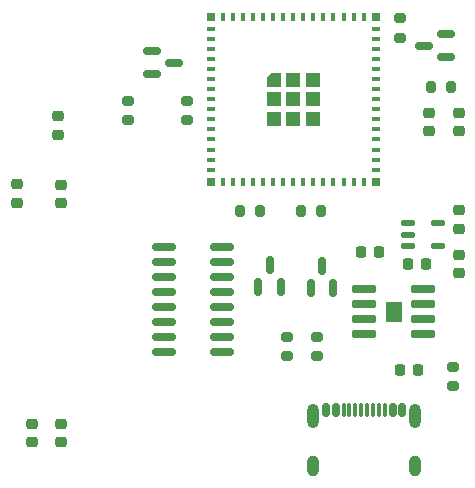
<source format=gbr>
%TF.GenerationSoftware,KiCad,Pcbnew,8.0.2*%
%TF.CreationDate,2025-04-11T11:55:07+07:00*%
%TF.ProjectId,wearable_device,77656172-6162-46c6-955f-646576696365,rev?*%
%TF.SameCoordinates,Original*%
%TF.FileFunction,Paste,Top*%
%TF.FilePolarity,Positive*%
%FSLAX46Y46*%
G04 Gerber Fmt 4.6, Leading zero omitted, Abs format (unit mm)*
G04 Created by KiCad (PCBNEW 8.0.2) date 2025-04-11 11:55:07*
%MOMM*%
%LPD*%
G01*
G04 APERTURE LIST*
G04 Aperture macros list*
%AMRoundRect*
0 Rectangle with rounded corners*
0 $1 Rounding radius*
0 $2 $3 $4 $5 $6 $7 $8 $9 X,Y pos of 4 corners*
0 Add a 4 corners polygon primitive as box body*
4,1,4,$2,$3,$4,$5,$6,$7,$8,$9,$2,$3,0*
0 Add four circle primitives for the rounded corners*
1,1,$1+$1,$2,$3*
1,1,$1+$1,$4,$5*
1,1,$1+$1,$6,$7*
1,1,$1+$1,$8,$9*
0 Add four rect primitives between the rounded corners*
20,1,$1+$1,$2,$3,$4,$5,0*
20,1,$1+$1,$4,$5,$6,$7,0*
20,1,$1+$1,$6,$7,$8,$9,0*
20,1,$1+$1,$8,$9,$2,$3,0*%
%AMOutline5P*
0 Free polygon, 5 corners , with rotation*
0 The origin of the aperture is its center*
0 number of corners: always 5*
0 $1 to $10 corner X, Y*
0 $11 Rotation angle, in degrees counterclockwise*
0 create outline with 5 corners*
4,1,5,$1,$2,$3,$4,$5,$6,$7,$8,$9,$10,$1,$2,$11*%
%AMOutline6P*
0 Free polygon, 6 corners , with rotation*
0 The origin of the aperture is its center*
0 number of corners: always 6*
0 $1 to $12 corner X, Y*
0 $13 Rotation angle, in degrees counterclockwise*
0 create outline with 6 corners*
4,1,6,$1,$2,$3,$4,$5,$6,$7,$8,$9,$10,$11,$12,$1,$2,$13*%
%AMOutline7P*
0 Free polygon, 7 corners , with rotation*
0 The origin of the aperture is its center*
0 number of corners: always 7*
0 $1 to $14 corner X, Y*
0 $15 Rotation angle, in degrees counterclockwise*
0 create outline with 7 corners*
4,1,7,$1,$2,$3,$4,$5,$6,$7,$8,$9,$10,$11,$12,$13,$14,$1,$2,$15*%
%AMOutline8P*
0 Free polygon, 8 corners , with rotation*
0 The origin of the aperture is its center*
0 number of corners: always 8*
0 $1 to $16 corner X, Y*
0 $17 Rotation angle, in degrees counterclockwise*
0 create outline with 8 corners*
4,1,8,$1,$2,$3,$4,$5,$6,$7,$8,$9,$10,$11,$12,$13,$14,$15,$16,$1,$2,$17*%
G04 Aperture macros list end*
%ADD10C,0.010000*%
%ADD11RoundRect,0.225000X-0.250000X0.225000X-0.250000X-0.225000X0.250000X-0.225000X0.250000X0.225000X0*%
%ADD12RoundRect,0.200000X0.275000X-0.200000X0.275000X0.200000X-0.275000X0.200000X-0.275000X-0.200000X0*%
%ADD13RoundRect,0.200000X-0.200000X-0.275000X0.200000X-0.275000X0.200000X0.275000X-0.200000X0.275000X0*%
%ADD14RoundRect,0.150000X0.587500X0.150000X-0.587500X0.150000X-0.587500X-0.150000X0.587500X-0.150000X0*%
%ADD15R,0.800000X0.400000*%
%ADD16R,0.400000X0.800000*%
%ADD17Outline5P,-0.600000X0.204000X-0.204000X0.600000X0.600000X0.600000X0.600000X-0.600000X-0.600000X-0.600000X0.000000*%
%ADD18R,1.200000X1.200000*%
%ADD19R,0.800000X0.800000*%
%ADD20RoundRect,0.200000X-0.275000X0.200000X-0.275000X-0.200000X0.275000X-0.200000X0.275000X0.200000X0*%
%ADD21RoundRect,0.150000X0.150000X-0.587500X0.150000X0.587500X-0.150000X0.587500X-0.150000X-0.587500X0*%
%ADD22RoundRect,0.075000X0.910000X0.225000X-0.910000X0.225000X-0.910000X-0.225000X0.910000X-0.225000X0*%
%ADD23RoundRect,0.225000X0.250000X-0.225000X0.250000X0.225000X-0.250000X0.225000X-0.250000X-0.225000X0*%
%ADD24RoundRect,0.147500X-0.457500X-0.147500X0.457500X-0.147500X0.457500X0.147500X-0.457500X0.147500X0*%
%ADD25RoundRect,0.150000X-0.150000X-0.425000X0.150000X-0.425000X0.150000X0.425000X-0.150000X0.425000X0*%
%ADD26RoundRect,0.075000X-0.075000X-0.500000X0.075000X-0.500000X0.075000X0.500000X-0.075000X0.500000X0*%
%ADD27O,1.000000X2.100000*%
%ADD28O,1.000000X1.800000*%
%ADD29RoundRect,0.225000X-0.225000X-0.250000X0.225000X-0.250000X0.225000X0.250000X-0.225000X0.250000X0*%
%ADD30RoundRect,0.150000X-0.825000X-0.150000X0.825000X-0.150000X0.825000X0.150000X-0.825000X0.150000X0*%
%ADD31RoundRect,0.150000X-0.587500X-0.150000X0.587500X-0.150000X0.587500X0.150000X-0.587500X0.150000X0*%
%ADD32RoundRect,0.225000X0.225000X0.250000X-0.225000X0.250000X-0.225000X-0.250000X0.225000X-0.250000X0*%
G04 APERTURE END LIST*
D10*
%TO.C,U4*%
X220795000Y-84270000D02*
X219505000Y-84270000D01*
X219505000Y-82630000D01*
X220795000Y-82630000D01*
X220795000Y-84270000D01*
G36*
X220795000Y-84270000D02*
G01*
X219505000Y-84270000D01*
X219505000Y-82630000D01*
X220795000Y-82630000D01*
X220795000Y-84270000D01*
G37*
%TD*%
D11*
%TO.C,C7*%
X188250000Y-72700000D03*
X188250000Y-74250000D03*
%TD*%
D12*
%TO.C,R5*%
X213650000Y-87275000D03*
X213650000Y-85625000D03*
%TD*%
D13*
%TO.C,R13*%
X223325000Y-64450000D03*
X224975000Y-64450000D03*
%TD*%
D11*
%TO.C,C3*%
X225650000Y-74900000D03*
X225650000Y-76450000D03*
%TD*%
D14*
%TO.C,Q3*%
X224587500Y-61900000D03*
X224587500Y-60000000D03*
X222712500Y-60950000D03*
%TD*%
D15*
%TO.C,U1*%
X204650000Y-59550000D03*
X204650000Y-60400000D03*
X204650000Y-61250000D03*
X204650000Y-62100000D03*
X204650000Y-62950000D03*
X204650000Y-63800000D03*
X204650000Y-64650000D03*
X204650000Y-65500000D03*
X204650000Y-66350000D03*
X204650000Y-67200000D03*
X204650000Y-68050000D03*
X204650000Y-68900000D03*
X204650000Y-69750000D03*
X204650000Y-70600000D03*
X204650000Y-71450000D03*
D16*
X205700000Y-72500000D03*
X206550000Y-72500000D03*
X207400000Y-72500000D03*
X208250000Y-72500000D03*
X209100000Y-72500000D03*
X209950000Y-72500000D03*
X210800000Y-72500000D03*
X211650000Y-72500000D03*
X212500000Y-72500000D03*
X213350000Y-72500000D03*
X214200000Y-72500000D03*
X215050000Y-72500000D03*
X215900000Y-72500000D03*
X216750000Y-72500000D03*
X217600000Y-72500000D03*
D15*
X218650000Y-71450000D03*
X218650000Y-70600000D03*
X218650000Y-69750000D03*
X218650000Y-68900000D03*
X218650000Y-68050000D03*
X218650000Y-67200000D03*
X218650000Y-66350000D03*
X218650000Y-65500000D03*
X218650000Y-64650000D03*
X218650000Y-63800000D03*
X218650000Y-62950000D03*
X218650000Y-62100000D03*
X218650000Y-61250000D03*
X218650000Y-60400000D03*
X218650000Y-59550000D03*
D16*
X217600000Y-58500000D03*
X216750000Y-58500000D03*
X215900000Y-58500000D03*
X215050000Y-58500000D03*
X214200000Y-58500000D03*
X213350000Y-58500000D03*
X212500000Y-58500000D03*
X211650000Y-58500000D03*
X210800000Y-58500000D03*
X209950000Y-58500000D03*
X209100000Y-58500000D03*
X208250000Y-58500000D03*
X207400000Y-58500000D03*
X206550000Y-58500000D03*
X205700000Y-58500000D03*
D17*
X210000000Y-63850000D03*
D18*
X210000000Y-65500000D03*
X210000000Y-67150000D03*
X211650000Y-63850000D03*
X211650000Y-65500000D03*
X211650000Y-67150000D03*
X213300000Y-63850000D03*
X213300000Y-65500000D03*
X213300000Y-67150000D03*
D19*
X204650000Y-58500000D03*
X204650000Y-72500000D03*
X218650000Y-72500000D03*
X218650000Y-58500000D03*
%TD*%
D13*
%TO.C,R7*%
X212325000Y-74950000D03*
X213975000Y-74950000D03*
%TD*%
D20*
%TO.C,R2*%
X220650000Y-58625000D03*
X220650000Y-60275000D03*
%TD*%
D21*
%TO.C,Q1*%
X213150000Y-81450000D03*
X215050000Y-81450000D03*
X214100000Y-79575000D03*
%TD*%
D12*
%TO.C,R4*%
X211140000Y-87275000D03*
X211140000Y-85625000D03*
%TD*%
D22*
%TO.C,U4*%
X222625000Y-85355000D03*
X222625000Y-84085000D03*
X222625000Y-82815000D03*
X222625000Y-81545000D03*
X217675000Y-81545000D03*
X217675000Y-82815000D03*
X217675000Y-84085000D03*
X217675000Y-85355000D03*
%TD*%
D23*
%TO.C,C4*%
X223140000Y-68225000D03*
X223140000Y-66675000D03*
%TD*%
D12*
%TO.C,R15*%
X202650000Y-67275000D03*
X202650000Y-65625000D03*
%TD*%
D11*
%TO.C,C1*%
X192000000Y-93000000D03*
X192000000Y-94550000D03*
%TD*%
%TO.C,C12*%
X225650000Y-78675000D03*
X225650000Y-80225000D03*
%TD*%
D21*
%TO.C,Q2*%
X208700000Y-81387500D03*
X210600000Y-81387500D03*
X209650000Y-79512500D03*
%TD*%
D23*
%TO.C,C9*%
X191750000Y-68500000D03*
X191750000Y-66950000D03*
%TD*%
D24*
%TO.C,U3*%
X221395000Y-76000000D03*
X221395000Y-76950000D03*
X221395000Y-77900000D03*
X223905000Y-77900000D03*
X223905000Y-76000000D03*
%TD*%
D25*
%TO.C,P1*%
X214450000Y-91770000D03*
X215250000Y-91770000D03*
D26*
X216400000Y-91770000D03*
X217400000Y-91770000D03*
X217900000Y-91770000D03*
X218900000Y-91770000D03*
D25*
X220050000Y-91770000D03*
X220850000Y-91770000D03*
X220850000Y-91770000D03*
X220050000Y-91770000D03*
D26*
X219400000Y-91770000D03*
X218400000Y-91770000D03*
X216900000Y-91770000D03*
X215900000Y-91770000D03*
D25*
X215250000Y-91770000D03*
X214450000Y-91770000D03*
D27*
X213330000Y-92345000D03*
D28*
X213330000Y-96525000D03*
D27*
X221970000Y-92345000D03*
D28*
X221970000Y-96525000D03*
%TD*%
D29*
%TO.C,C14*%
X221375000Y-79450000D03*
X222925000Y-79450000D03*
%TD*%
%TO.C,C13*%
X220650000Y-88450000D03*
X222200000Y-88450000D03*
%TD*%
D11*
%TO.C,C8*%
X192000000Y-72725000D03*
X192000000Y-74275000D03*
%TD*%
D20*
%TO.C,R3*%
X225150000Y-88125000D03*
X225150000Y-89775000D03*
%TD*%
D30*
%TO.C,U6*%
X200700000Y-78005000D03*
X200700000Y-79275000D03*
X200700000Y-80545000D03*
X200700000Y-81815000D03*
X200700000Y-83085000D03*
X200700000Y-84355000D03*
X200700000Y-85625000D03*
X200700000Y-86895000D03*
X205650000Y-86895000D03*
X205650000Y-85625000D03*
X205650000Y-84355000D03*
X205650000Y-83085000D03*
X205650000Y-81815000D03*
X205650000Y-80545000D03*
X205650000Y-79275000D03*
X205650000Y-78005000D03*
%TD*%
D23*
%TO.C,C5*%
X225650000Y-68225000D03*
X225650000Y-66675000D03*
%TD*%
D12*
%TO.C,R14*%
X197650000Y-67275000D03*
X197650000Y-65625000D03*
%TD*%
D31*
%TO.C,Q5*%
X199650000Y-61450000D03*
X199650000Y-63350000D03*
X201525000Y-62400000D03*
%TD*%
D11*
%TO.C,C6*%
X189500000Y-93000000D03*
X189500000Y-94550000D03*
%TD*%
D13*
%TO.C,R6*%
X207150000Y-74950000D03*
X208800000Y-74950000D03*
%TD*%
D32*
%TO.C,C2*%
X218925000Y-78450000D03*
X217375000Y-78450000D03*
%TD*%
M02*

</source>
